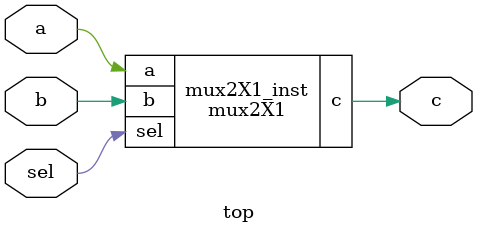
<source format=v>
/* Generated by Yosys 0.9+4081 (git sha1 862e84eb, gcc 9.3.0-17ubuntu1~20.04 -fPIC -Os) */

module mux2X1(a, b, sel, c);
  input a;
  input b;
  output c;
  input sel;
  sky130_fd_sc_hd__mux2_1 _0_ (
    .A0(a),
    .A1(b),
    .S(sel),
    .X(c)
  );
endmodule

module top(a, b, sel, c);
  input a;
  input b;
  output c;
  input sel;
  mux2X1 mux2X1_inst (
    .a(a),
    .b(b),
    .c(c),
    .sel(sel)
  );
endmodule

</source>
